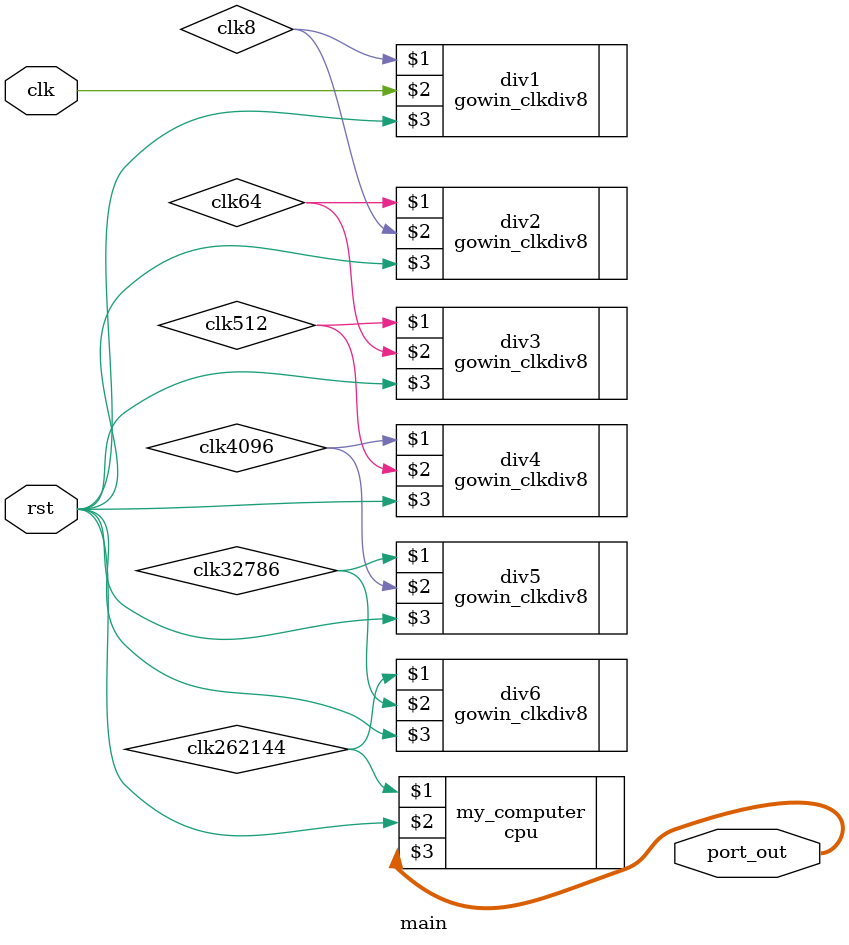
<source format=v>
module main(clk, rst, port_out);

input clk, rst;
output [3:0] port_out;

gowin_clkdiv8 div1(clk8, clk, rst);
gowin_clkdiv8 div2(clk64, clk8, rst);
gowin_clkdiv8 div3(clk512, clk64, rst);
gowin_clkdiv8 div4(clk4096, clk512, rst);
gowin_clkdiv8 div5(clk32786, clk4096, rst);
gowin_clkdiv8 div6(clk262144, clk32786, rst);

cpu my_computer(clk262144, rst, port_out);

endmodule
</source>
